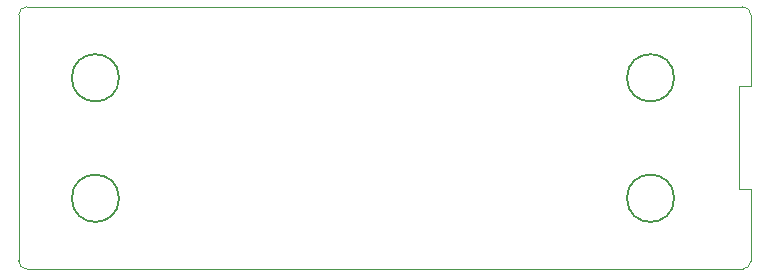
<source format=gbr>
%TF.GenerationSoftware,KiCad,Pcbnew,(5.1.5)-3*%
%TF.CreationDate,2020-06-16T12:36:13-07:00*%
%TF.ProjectId,UPduino_v3.0,55506475-696e-46f5-9f76-332e302e6b69,3.0*%
%TF.SameCoordinates,Original*%
%TF.FileFunction,Other,Comment*%
%FSLAX46Y46*%
G04 Gerber Fmt 4.6, Leading zero omitted, Abs format (unit mm)*
G04 Created by KiCad (PCBNEW (5.1.5)-3) date 2020-06-16 12:36:13*
%MOMM*%
%LPD*%
G04 APERTURE LIST*
%ADD10C,0.050000*%
%ADD11C,0.150000*%
G04 APERTURE END LIST*
D10*
X100000000Y-78480000D02*
G75*
G02X100700000Y-77780000I700000J0D01*
G01*
X161300000Y-77780000D02*
G75*
G02X162000000Y-78480000I0J-700000D01*
G01*
X162000000Y-99300000D02*
G75*
G02X161300000Y-100000000I-700000J0D01*
G01*
X100700000Y-100000000D02*
G75*
G02X100000000Y-99300000I0J700000D01*
G01*
X162000000Y-93200000D02*
X161000000Y-93200000D01*
X162000000Y-84500000D02*
X161000000Y-84500000D01*
X161000000Y-93200000D02*
X161000000Y-84500000D01*
X162000000Y-99300000D02*
X162000000Y-93200000D01*
X100000000Y-78480000D02*
X100000000Y-99300000D01*
X161300000Y-77780000D02*
X100700000Y-77780000D01*
X162000000Y-84500000D02*
X162000000Y-78480000D01*
X100700000Y-100000000D02*
X161300000Y-100000000D01*
D11*
X108500000Y-94000000D02*
G75*
G03X108500000Y-94000000I-2000000J0D01*
G01*
X108500000Y-83800000D02*
G75*
G03X108500000Y-83800000I-2000000J0D01*
G01*
X155500000Y-94000000D02*
G75*
G03X155500000Y-94000000I-2000000J0D01*
G01*
X155500000Y-83800000D02*
G75*
G03X155500000Y-83800000I-2000000J0D01*
G01*
M02*

</source>
